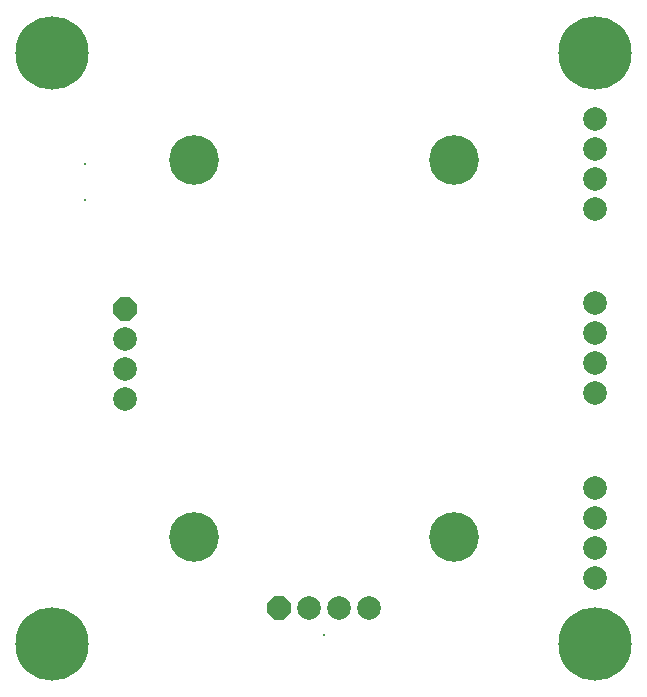
<source format=gbs>
G04 Layer_Color=16711935*
%FSLAX44Y44*%
%MOMM*%
G71*
G01*
G75*
%ADD30C,6.2032*%
%ADD31C,4.2032*%
%ADD32C,2.0032*%
%ADD33P,2.1683X8X292.5*%
%ADD34C,0.2032*%
%ADD35P,2.1683X8X22.5*%
G04:AMPARAMS|DCode=36|XSize=0.2032mm|YSize=0.2032mm|CornerRadius=0mm|HoleSize=0mm|Usage=FLASHONLY|Rotation=0.000|XOffset=0mm|YOffset=0mm|HoleType=Round|Shape=RoundedRectangle|*
%AMROUNDEDRECTD36*
21,1,0.2032,0.2032,0,0,0.0*
21,1,0.2032,0.2032,0,0,0.0*
1,1,0.0000,0.1016,-0.1016*
1,1,0.0000,-0.1016,-0.1016*
1,1,0.0000,-0.1016,0.1016*
1,1,0.0000,0.1016,0.1016*
%
%ADD36ROUNDEDRECTD36*%
D30*
X505000Y550000D02*
D03*
X45000D02*
D03*
Y50000D02*
D03*
X505000D02*
D03*
D31*
X165000Y460000D02*
D03*
Y140000D02*
D03*
X385000D02*
D03*
Y460000D02*
D03*
D32*
X504500Y494320D02*
D03*
Y418120D02*
D03*
Y443520D02*
D03*
Y468920D02*
D03*
X107000Y307950D02*
D03*
Y282550D02*
D03*
Y257150D02*
D03*
X504500Y338120D02*
D03*
Y261920D02*
D03*
Y287320D02*
D03*
Y312720D02*
D03*
Y181870D02*
D03*
Y105670D02*
D03*
Y131070D02*
D03*
Y156470D02*
D03*
X313100Y80000D02*
D03*
X287700D02*
D03*
X262300D02*
D03*
D33*
X107000Y333350D02*
D03*
D34*
X72480Y425850D02*
D03*
Y455850D02*
D03*
D35*
X236900Y80000D02*
D03*
D36*
X275000Y57200D02*
D03*
M02*

</source>
